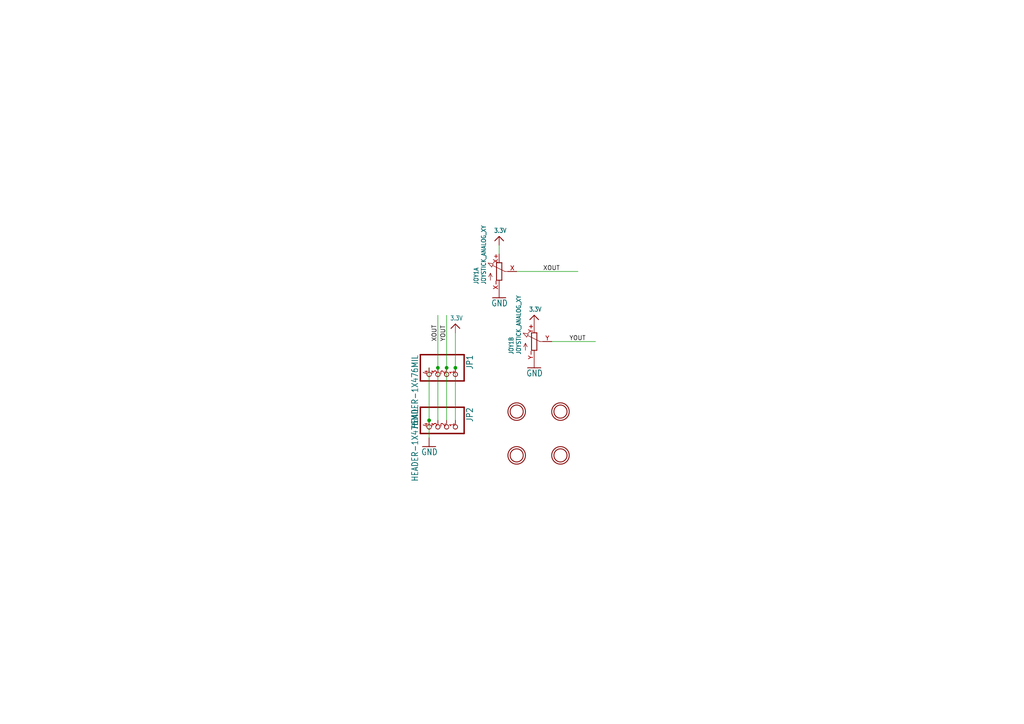
<source format=kicad_sch>
(kicad_sch (version 20211123) (generator eeschema)
  (paper "A4")
  (lib_symbols
    (symbol "schematicEagle-eagle-import:3.3V" (power)
      (property "Value" "3.3V" (at -1.524 1.016 0))
      (symbol "3.3V_1_0"
        (polyline (pts (xy -1.27 -1.27) (xy 0 0)) (stroke (width 0.254)))
        (polyline (pts (xy 0 0) (xy 1.27 -1.27)) (stroke (width 0.254)))
        (pin power_in line (at 0 -2.54 90) (length 2.54) (name "3.3V") (number "1"))
      )
    )
    (symbol "schematicEagle-eagle-import:GND" (power)
      (property "Value" "GND" (at -2.54 -2.54 0))
      (symbol "GND_1_0"
        (polyline (pts (xy -1.905 0) (xy 1.905 0)) (stroke (width 0.254)))
        (pin power_in line (at 0 2.54 270) (length 2.54) (name "GND") (number "1"))
      )
    )
    (symbol "schematicEagle-eagle-import:HEADER-1X476MIL"
      (property "Reference" "JP" (at -6.35 8.255 0))
      (property "Value" "HEADER-1X476MIL" (at -6.35 -7.62 0))
      (symbol "HEADER-1X476MIL_1_0"
        (polyline (pts (xy -6.35 -5.08) (xy 1.27 -5.08)) (stroke (width 0.4064)))
        (polyline (pts (xy -6.35 7.62) (xy -6.35 -5.08)) (stroke (width 0.4064)))
        (polyline (pts (xy 1.27 -5.08) (xy 1.27 7.62)) (stroke (width 0.4064)))
        (polyline (pts (xy 1.27 7.62) (xy -6.35 7.62)) (stroke (width 0.4064)))
        (pin passive inverted (at -2.54 5.08 0) (length 2.54) (name "1") (number "1"))
        (pin passive inverted (at -2.54 2.54 0) (length 2.54) (name "2") (number "2"))
        (pin passive inverted (at -2.54 0 0) (length 2.54) (name "3") (number "3"))
        (pin passive inverted (at -2.54 -2.54 0) (length 2.54) (name "4") (number "4"))
      )
    )
    (symbol "schematicEagle-eagle-import:JOYSTICK_ANALOG_XY"
      (property "Reference" "JOY" (at -5.969 -3.81 90))
      (property "Value" "JOYSTICK_ANALOG_XY" (at -3.81 -3.81 90))
      (symbol "JOYSTICK_ANALOG_XY_1_0"
        (polyline (pts (xy -3.1989 2.4495) (xy -1.7018 2.2352)) (stroke (width 0.1524)))
        (polyline (pts (xy -2.54 -2.54) (xy -2.54 -0.508)) (stroke (width 0.1524)))
        (polyline (pts (xy -2.54 -0.508) (xy -3.048 -1.524)) (stroke (width 0.1524)))
        (polyline (pts (xy -2.54 -0.508) (xy -2.032 -1.524)) (stroke (width 0.1524)))
        (polyline (pts (xy -2.1597 1.2939) (xy -3.1989 2.4495)) (stroke (width 0.1524)))
        (polyline (pts (xy -2.1597 1.2939) (xy -1.7018 2.2352)) (stroke (width 0.1524)))
        (polyline (pts (xy -0.762 -2.54) (xy 0.762 -2.54)) (stroke (width 0.254)))
        (polyline (pts (xy -0.762 2.54) (xy -0.762 -2.54)) (stroke (width 0.254)))
        (polyline (pts (xy 0.762 -2.54) (xy 0.762 2.54)) (stroke (width 0.254)))
        (polyline (pts (xy 0.762 2.54) (xy -0.762 2.54)) (stroke (width 0.254)))
        (polyline (pts (xy 1.651 0) (xy -1.8796 1.7526)) (stroke (width 0.1524)))
        (polyline (pts (xy 2.54 0) (xy 1.651 0)) (stroke (width 0.1524)))
        (pin passive line (at 5.08 0 180) (length 2.54) (name "S") (number "X"))
        (pin passive line (at 0 5.08 270) (length 2.54) (name "E") (number "X+"))
        (pin passive line (at 0 -5.08 90) (length 2.54) (name "A") (number "X-"))
      )
      (symbol "JOYSTICK_ANALOG_XY_2_0"
        (polyline (pts (xy -3.1989 2.4495) (xy -1.7018 2.2352)) (stroke (width 0.1524)))
        (polyline (pts (xy -2.54 -2.54) (xy -2.54 -0.508)) (stroke (width 0.1524)))
        (polyline (pts (xy -2.54 -0.508) (xy -3.048 -1.524)) (stroke (width 0.1524)))
        (polyline (pts (xy -2.54 -0.508) (xy -2.032 -1.524)) (stroke (width 0.1524)))
        (polyline (pts (xy -2.1597 1.2939) (xy -3.1989 2.4495)) (stroke (width 0.1524)))
        (polyline (pts (xy -2.1597 1.2939) (xy -1.7018 2.2352)) (stroke (width 0.1524)))
        (polyline (pts (xy -0.762 -2.54) (xy 0.762 -2.54)) (stroke (width 0.254)))
        (polyline (pts (xy -0.762 2.54) (xy -0.762 -2.54)) (stroke (width 0.254)))
        (polyline (pts (xy 0.762 -2.54) (xy 0.762 2.54)) (stroke (width 0.254)))
        (polyline (pts (xy 0.762 2.54) (xy -0.762 2.54)) (stroke (width 0.254)))
        (polyline (pts (xy 1.651 0) (xy -1.8796 1.7526)) (stroke (width 0.1524)))
        (polyline (pts (xy 2.54 0) (xy 1.651 0)) (stroke (width 0.1524)))
        (pin passive line (at 5.08 0 180) (length 2.54) (name "S") (number "Y"))
        (pin passive line (at 0 5.08 270) (length 2.54) (name "E") (number "Y+"))
        (pin passive line (at 0 -5.08 90) (length 2.54) (name "A") (number "Y-"))
      )
    )
    (symbol "schematicEagle-eagle-import:MOUNTINGHOLE2.0"
      (symbol "MOUNTINGHOLE2.0_1_0"
        (circle (center 0 0) (radius 1.905) (stroke (width 0.254)))
        (circle (center 0 0) (radius 2.54) (stroke (width 0.254)))
      )
    )
  )
  (junction (at 124.46 121.92))
  (junction (at 127 106.68))
  (junction (at 132.08 106.68))
  (junction (at 129.54 106.68))
  (wire (pts (xy 124.46 106.68) (xy 124.46 121.92)))
  (wire (pts (xy 127 106.68) (xy 127 91.44)))
  (wire (pts (xy 160.02 99.06) (xy 172.72 99.06)))
  (wire (pts (xy 129.54 91.44) (xy 129.54 106.68)))
  (wire (pts (xy 149.86 78.74) (xy 167.64 78.74)))
  (wire (pts (xy 144.78 71.12) (xy 144.78 73.66)))
  (wire (pts (xy 132.08 106.68) (xy 132.08 121.92)))
  (wire (pts (xy 127 106.68) (xy 127 121.92)))
  (wire (pts (xy 124.46 121.92) (xy 124.46 127)))
  (wire (pts (xy 129.54 121.92) (xy 129.54 106.68)))
  (wire (pts (xy 132.08 96.52) (xy 132.08 106.68)))
  (label "XOUT" (at 157.48 78.74 0) (effects (font (size 1.2446 1.2446))))
  (label "YOUT" (at 165.1 99.06 0) (effects (font (size 1.2446 1.2446))))
  (label "YOUT" (at 129.54 99.06 90) (effects (font (size 1.2446 1.2446))))
  (label "XOUT" (at 127 99.06 90) (effects (font (size 1.2446 1.2446))))
  (symbol (lib_id "schematicEagle-eagle-import:MOUNTINGHOLE2.0") (at 149.86 119.38 0) (unit 1)
    (property "Reference" "U$5" (effects hide))
    (property "Value" "MOUNTINGHOLE2.0" (effects hide))
    (property "Footprint" "schematicEagle:MOUNTINGHOLE_2.0_PLATED" (effects hide))
  )
  (symbol (lib_id "schematicEagle-eagle-import:HEADER-1X476MIL") (at 127 124.46 270) (unit 1)
    (property "Reference" "JP2" (at 135.255 118.11 0) (effects (font (size 1.778 1.5113)) (justify left bottom)))
    (property "Value" "HEADER-1X476MIL" (at 119.38 118.11 0) (effects (font (size 1.778 1.5113)) (justify left bottom)))
    (property "Footprint" "schematicEagle:1X04_ROUND_76" (effects hide))
  )
  (symbol (lib_id "schematicEagle-eagle-import:GND") (at 154.94 106.68 0) (mirror y) (unit 1)
    (property "Reference" "#GND4" (effects hide))
    (property "Value" "GND" (at 157.48 109.22 0) (effects (font (size 1.778 1.5113)) (justify left bottom)))
    (property "Footprint" "schematicEagle:" (effects hide))
  )
  (symbol (lib_id "schematicEagle-eagle-import:JOYSTICK_ANALOG_XY") (at 144.78 78.74 0) (unit 1)
    (property "Reference" "JOY1" (at 138.811 82.55 90) (effects (font (size 1.27 1.0795)) (justify left bottom)))
    (property "Value" "JOYSTICK_ANALOG_XY" (at 140.97 82.55 90) (effects (font (size 1.27 1.0795)) (justify left bottom)))
    (property "Footprint" "schematicEagle:JOYSTICK_ANALOG_MINITHM" (effects hide))
  )
  (symbol (lib_id "schematicEagle-eagle-import:MOUNTINGHOLE2.0") (at 162.56 132.08 0) (unit 1)
    (property "Reference" "U$1" (effects hide))
    (property "Value" "MOUNTINGHOLE2.0" (effects hide))
    (property "Footprint" "schematicEagle:MOUNTINGHOLE_2.0_PLATED" (effects hide))
  )
  (symbol (lib_id "schematicEagle-eagle-import:HEADER-1X476MIL") (at 127 109.22 270) (unit 1)
    (property "Reference" "JP1" (at 135.255 102.87 0) (effects (font (size 1.778 1.5113)) (justify left bottom)))
    (property "Value" "HEADER-1X476MIL" (at 119.38 102.87 0) (effects (font (size 1.778 1.5113)) (justify left bottom)))
    (property "Footprint" "schematicEagle:1X04_ROUND_76" (effects hide))
  )
  (symbol (lib_id "schematicEagle-eagle-import:MOUNTINGHOLE2.0") (at 149.86 132.08 0) (unit 1)
    (property "Reference" "U$6" (effects hide))
    (property "Value" "MOUNTINGHOLE2.0" (effects hide))
    (property "Footprint" "schematicEagle:MOUNTINGHOLE_2.0_PLATED" (effects hide))
  )
  (symbol (lib_id "schematicEagle-eagle-import:3.3V") (at 154.94 91.44 0) (unit 1)
    (property "Reference" "#U$2" (effects hide))
    (property "Value" "3.3V" (at 153.416 90.424 0) (effects (font (size 1.27 1.0795)) (justify left bottom)))
    (property "Footprint" "schematicEagle:" (effects hide))
  )
  (symbol (lib_id "schematicEagle-eagle-import:GND") (at 124.46 129.54 0) (mirror y) (unit 1)
    (property "Reference" "#GND2" (effects hide))
    (property "Value" "GND" (at 127 132.08 0) (effects (font (size 1.778 1.5113)) (justify left bottom)))
    (property "Footprint" "schematicEagle:" (effects hide))
  )
  (symbol (lib_id "schematicEagle-eagle-import:GND") (at 144.78 86.36 0) (mirror y) (unit 1)
    (property "Reference" "#GND1" (effects hide))
    (property "Value" "GND" (at 147.32 88.9 0) (effects (font (size 1.778 1.5113)) (justify left bottom)))
    (property "Footprint" "schematicEagle:" (effects hide))
  )
  (symbol (lib_id "schematicEagle-eagle-import:MOUNTINGHOLE2.0") (at 162.56 119.38 0) (unit 1)
    (property "Reference" "U$4" (effects hide))
    (property "Value" "MOUNTINGHOLE2.0" (effects hide))
    (property "Footprint" "schematicEagle:MOUNTINGHOLE_2.0_PLATED" (effects hide))
  )
  (symbol (lib_id "schematicEagle-eagle-import:JOYSTICK_ANALOG_XY") (at 154.94 99.06 0) (unit 2)
    (property "Reference" "JOY1" (at 148.971 102.87 90) (effects (font (size 1.27 1.0795)) (justify left bottom)))
    (property "Value" "JOYSTICK_ANALOG_XY" (at 151.13 102.87 90) (effects (font (size 1.27 1.0795)) (justify left bottom)))
    (property "Footprint" "schematicEagle:JOYSTICK_ANALOG_MINITHM" (effects hide))
  )
  (symbol (lib_id "schematicEagle-eagle-import:3.3V") (at 144.78 68.58 0) (unit 1)
    (property "Reference" "#U$3" (effects hide))
    (property "Value" "3.3V" (at 143.256 67.564 0) (effects (font (size 1.27 1.0795)) (justify left bottom)))
    (property "Footprint" "schematicEagle:" (effects hide))
  )
  (symbol (lib_id "schematicEagle-eagle-import:3.3V") (at 132.08 93.98 0) (unit 1)
    (property "Reference" "#U$7" (effects hide))
    (property "Value" "3.3V" (at 130.556 92.964 0) (effects (font (size 1.27 1.0795)) (justify left bottom)))
    (property "Footprint" "schematicEagle:" (effects hide))
  )
)
</source>
